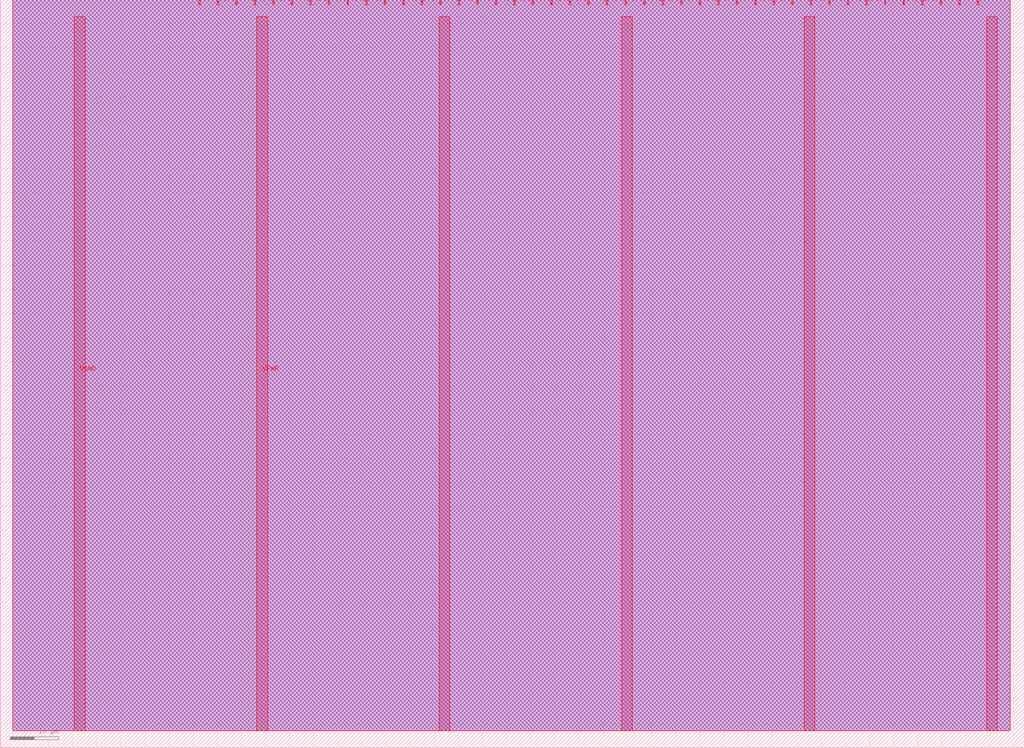
<source format=lef>
VERSION 5.8 ;
BUSBITCHARS "[]" ;
DIVIDERCHAR "/" ;
UNITS
    DATABASE MICRONS 1000 ;
END UNITS

VIA tt_um_devinatkin_pulse_width_counter_via1_2_2200_440_1_5_410_410
  VIARULE via1Array ;
  CUTSIZE 0.19 0.19 ;
  LAYERS Metal1 Via1 Metal2 ;
  CUTSPACING 0.22 0.22 ;
  ENCLOSURE 0.01 0.125 0.05 0.005 ;
  ROWCOL 1 5 ;
END tt_um_devinatkin_pulse_width_counter_via1_2_2200_440_1_5_410_410

VIA tt_um_devinatkin_pulse_width_counter_via2_3_2200_440_1_5_410_410
  VIARULE via2Array ;
  CUTSIZE 0.19 0.19 ;
  LAYERS Metal2 Via2 Metal3 ;
  CUTSPACING 0.22 0.22 ;
  ENCLOSURE 0.05 0.005 0.005 0.05 ;
  ROWCOL 1 5 ;
END tt_um_devinatkin_pulse_width_counter_via2_3_2200_440_1_5_410_410

VIA tt_um_devinatkin_pulse_width_counter_via3_4_2200_440_1_5_410_410
  VIARULE via3Array ;
  CUTSIZE 0.19 0.19 ;
  LAYERS Metal3 Via3 Metal4 ;
  CUTSPACING 0.22 0.22 ;
  ENCLOSURE 0.005 0.05 0.05 0.005 ;
  ROWCOL 1 5 ;
END tt_um_devinatkin_pulse_width_counter_via3_4_2200_440_1_5_410_410

VIA tt_um_devinatkin_pulse_width_counter_via4_5_2200_440_1_5_410_410
  VIARULE via4Array ;
  CUTSIZE 0.19 0.19 ;
  LAYERS Metal4 Via4 Metal5 ;
  CUTSPACING 0.22 0.22 ;
  ENCLOSURE 0.05 0.005 0.185 0.05 ;
  ROWCOL 1 5 ;
END tt_um_devinatkin_pulse_width_counter_via4_5_2200_440_1_5_410_410

MACRO tt_um_devinatkin_pulse_width_counter
  FOREIGN tt_um_devinatkin_pulse_width_counter 0 0 ;
  CLASS BLOCK ;
  SIZE 212.16 BY 154.98 ;
  PIN clk
    DIRECTION INPUT ;
    USE SIGNAL ;
    PORT
      LAYER Metal5 ;
        RECT  198.57 153.98 198.87 154.98 ;
    END
  END clk
  PIN ena
    DIRECTION INPUT ;
    USE SIGNAL ;
    PORT
      LAYER Metal5 ;
        RECT  202.41 153.98 202.71 154.98 ;
    END
  END ena
  PIN rst_n
    DIRECTION INPUT ;
    USE SIGNAL ;
    PORT
      LAYER Metal5 ;
        RECT  194.73 153.98 195.03 154.98 ;
    END
  END rst_n
  PIN ui_in[0]
    DIRECTION INPUT ;
    USE SIGNAL ;
    PORT
      LAYER Metal5 ;
        RECT  190.89 153.98 191.19 154.98 ;
    END
  END ui_in[0]
  PIN ui_in[1]
    DIRECTION INPUT ;
    USE SIGNAL ;
    PORT
      LAYER Metal5 ;
        RECT  187.05 153.98 187.35 154.98 ;
    END
  END ui_in[1]
  PIN ui_in[2]
    DIRECTION INPUT ;
    USE SIGNAL ;
    PORT
      LAYER Metal5 ;
        RECT  183.21 153.98 183.51 154.98 ;
    END
  END ui_in[2]
  PIN ui_in[3]
    DIRECTION INPUT ;
    USE SIGNAL ;
    PORT
      LAYER Metal5 ;
        RECT  179.37 153.98 179.67 154.98 ;
    END
  END ui_in[3]
  PIN ui_in[4]
    DIRECTION INPUT ;
    USE SIGNAL ;
    PORT
      LAYER Metal5 ;
        RECT  175.53 153.98 175.83 154.98 ;
    END
  END ui_in[4]
  PIN ui_in[5]
    DIRECTION INPUT ;
    USE SIGNAL ;
    PORT
      LAYER Metal5 ;
        RECT  171.69 153.98 171.99 154.98 ;
    END
  END ui_in[5]
  PIN ui_in[6]
    DIRECTION INPUT ;
    USE SIGNAL ;
    PORT
      LAYER Metal5 ;
        RECT  167.85 153.98 168.15 154.98 ;
    END
  END ui_in[6]
  PIN ui_in[7]
    DIRECTION INPUT ;
    USE SIGNAL ;
    PORT
      LAYER Metal5 ;
        RECT  164.01 153.98 164.31 154.98 ;
    END
  END ui_in[7]
  PIN uio_in[0]
    DIRECTION INPUT ;
    USE SIGNAL ;
    PORT
      LAYER Metal5 ;
        RECT  160.17 153.98 160.47 154.98 ;
    END
  END uio_in[0]
  PIN uio_in[1]
    DIRECTION INPUT ;
    USE SIGNAL ;
    PORT
      LAYER Metal5 ;
        RECT  156.33 153.98 156.63 154.98 ;
    END
  END uio_in[1]
  PIN uio_in[2]
    DIRECTION INPUT ;
    USE SIGNAL ;
    PORT
      LAYER Metal5 ;
        RECT  152.49 153.98 152.79 154.98 ;
    END
  END uio_in[2]
  PIN uio_in[3]
    DIRECTION INPUT ;
    USE SIGNAL ;
    PORT
      LAYER Metal5 ;
        RECT  148.65 153.98 148.95 154.98 ;
    END
  END uio_in[3]
  PIN uio_in[4]
    DIRECTION INPUT ;
    USE SIGNAL ;
    PORT
      LAYER Metal5 ;
        RECT  144.81 153.98 145.11 154.98 ;
    END
  END uio_in[4]
  PIN uio_in[5]
    DIRECTION INPUT ;
    USE SIGNAL ;
    PORT
      LAYER Metal5 ;
        RECT  140.97 153.98 141.27 154.98 ;
    END
  END uio_in[5]
  PIN uio_in[6]
    DIRECTION INPUT ;
    USE SIGNAL ;
    PORT
      LAYER Metal5 ;
        RECT  137.13 153.98 137.43 154.98 ;
    END
  END uio_in[6]
  PIN uio_in[7]
    DIRECTION INPUT ;
    USE SIGNAL ;
    PORT
      LAYER Metal5 ;
        RECT  133.29 153.98 133.59 154.98 ;
    END
  END uio_in[7]
  PIN uio_oe[0]
    DIRECTION OUTPUT ;
    USE SIGNAL ;
    PORT
      LAYER Metal5 ;
        RECT  68.01 153.98 68.31 154.98 ;
    END
  END uio_oe[0]
  PIN uio_oe[1]
    DIRECTION OUTPUT ;
    USE SIGNAL ;
    PORT
      LAYER Metal5 ;
        RECT  64.17 153.98 64.47 154.98 ;
    END
  END uio_oe[1]
  PIN uio_oe[2]
    DIRECTION OUTPUT ;
    USE SIGNAL ;
    PORT
      LAYER Metal5 ;
        RECT  60.33 153.98 60.63 154.98 ;
    END
  END uio_oe[2]
  PIN uio_oe[3]
    DIRECTION OUTPUT ;
    USE SIGNAL ;
    PORT
      LAYER Metal5 ;
        RECT  56.49 153.98 56.79 154.98 ;
    END
  END uio_oe[3]
  PIN uio_oe[4]
    DIRECTION OUTPUT ;
    USE SIGNAL ;
    PORT
      LAYER Metal5 ;
        RECT  52.65 153.98 52.95 154.98 ;
    END
  END uio_oe[4]
  PIN uio_oe[5]
    DIRECTION OUTPUT ;
    USE SIGNAL ;
    PORT
      LAYER Metal5 ;
        RECT  48.81 153.98 49.11 154.98 ;
    END
  END uio_oe[5]
  PIN uio_oe[6]
    DIRECTION OUTPUT ;
    USE SIGNAL ;
    PORT
      LAYER Metal5 ;
        RECT  44.97 153.98 45.27 154.98 ;
    END
  END uio_oe[6]
  PIN uio_oe[7]
    DIRECTION OUTPUT ;
    USE SIGNAL ;
    PORT
      LAYER Metal5 ;
        RECT  41.13 153.98 41.43 154.98 ;
    END
  END uio_oe[7]
  PIN uio_out[0]
    DIRECTION OUTPUT ;
    USE SIGNAL ;
    PORT
      LAYER Metal5 ;
        RECT  98.73 153.98 99.03 154.98 ;
    END
  END uio_out[0]
  PIN uio_out[1]
    DIRECTION OUTPUT ;
    USE SIGNAL ;
    PORT
      LAYER Metal5 ;
        RECT  94.89 153.98 95.19 154.98 ;
    END
  END uio_out[1]
  PIN uio_out[2]
    DIRECTION OUTPUT ;
    USE SIGNAL ;
    PORT
      LAYER Metal5 ;
        RECT  91.05 153.98 91.35 154.98 ;
    END
  END uio_out[2]
  PIN uio_out[3]
    DIRECTION OUTPUT ;
    USE SIGNAL ;
    PORT
      LAYER Metal5 ;
        RECT  87.21 153.98 87.51 154.98 ;
    END
  END uio_out[3]
  PIN uio_out[4]
    DIRECTION OUTPUT ;
    USE SIGNAL ;
    PORT
      LAYER Metal5 ;
        RECT  83.37 153.98 83.67 154.98 ;
    END
  END uio_out[4]
  PIN uio_out[5]
    DIRECTION OUTPUT ;
    USE SIGNAL ;
    PORT
      LAYER Metal5 ;
        RECT  79.53 153.98 79.83 154.98 ;
    END
  END uio_out[5]
  PIN uio_out[6]
    DIRECTION OUTPUT ;
    USE SIGNAL ;
    PORT
      LAYER Metal5 ;
        RECT  75.69 153.98 75.99 154.98 ;
    END
  END uio_out[6]
  PIN uio_out[7]
    DIRECTION OUTPUT ;
    USE SIGNAL ;
    PORT
      LAYER Metal5 ;
        RECT  71.85 153.98 72.15 154.98 ;
    END
  END uio_out[7]
  PIN uo_out[0]
    DIRECTION OUTPUT ;
    USE SIGNAL ;
    PORT
      LAYER Metal5 ;
        RECT  129.45 153.98 129.75 154.98 ;
    END
  END uo_out[0]
  PIN uo_out[1]
    DIRECTION OUTPUT ;
    USE SIGNAL ;
    PORT
      LAYER Metal5 ;
        RECT  125.61 153.98 125.91 154.98 ;
    END
  END uo_out[1]
  PIN uo_out[2]
    DIRECTION OUTPUT ;
    USE SIGNAL ;
    PORT
      LAYER Metal5 ;
        RECT  121.77 153.98 122.07 154.98 ;
    END
  END uo_out[2]
  PIN uo_out[3]
    DIRECTION OUTPUT ;
    USE SIGNAL ;
    PORT
      LAYER Metal5 ;
        RECT  117.93 153.98 118.23 154.98 ;
    END
  END uo_out[3]
  PIN uo_out[4]
    DIRECTION OUTPUT ;
    USE SIGNAL ;
    PORT
      LAYER Metal5 ;
        RECT  114.09 153.98 114.39 154.98 ;
    END
  END uo_out[4]
  PIN uo_out[5]
    DIRECTION OUTPUT ;
    USE SIGNAL ;
    PORT
      LAYER Metal5 ;
        RECT  110.25 153.98 110.55 154.98 ;
    END
  END uo_out[5]
  PIN uo_out[6]
    DIRECTION OUTPUT ;
    USE SIGNAL ;
    PORT
      LAYER Metal5 ;
        RECT  106.41 153.98 106.71 154.98 ;
    END
  END uo_out[6]
  PIN uo_out[7]
    DIRECTION OUTPUT ;
    USE SIGNAL ;
    PORT
      LAYER Metal5 ;
        RECT  102.57 153.98 102.87 154.98 ;
    END
  END uo_out[7]
  PIN VGND
    DIRECTION INOUT ;
    USE GROUND ;
    PORT
      LAYER Metal5 ;
        RECT  166.58 3.56 168.78 151.42 ;
        RECT  90.98 3.56 93.18 151.42 ;
        RECT  15.38 3.56 17.58 151.42 ;
    END
  END VGND
  PIN VPWR
    DIRECTION INOUT ;
    USE POWER ;
    PORT
      LAYER Metal5 ;
        RECT  204.38 3.56 206.58 151.42 ;
        RECT  128.78 3.56 130.98 151.42 ;
        RECT  53.18 3.56 55.38 151.42 ;
    END
  END VPWR
  OBS
    LAYER Metal1 ;
     RECT  2.605 3.56 209.28 154.98 ;
    LAYER Metal2 ;
     RECT  2.605 3.56 209.28 154.98 ;
    LAYER Metal3 ;
     RECT  2.605 3.56 209.28 154.98 ;
    LAYER Metal4 ;
     RECT  2.605 3.56 209.28 154.98 ;
    LAYER Metal5 ;
     RECT  2.605 3.56 209.28 154.98 ;
  END
END tt_um_devinatkin_pulse_width_counter
END LIBRARY

</source>
